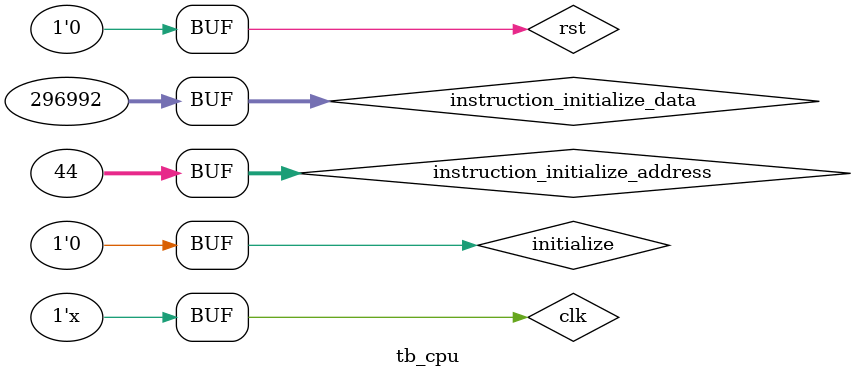
<source format=v>
`timescale 1ns / 1ns


module tb_cpu;

	// Inputs
	reg rst;
	reg clk;
	reg initialize;
	reg [31:0] instruction_initialize_data;
	reg [31:0] instruction_initialize_address;

	// Instantiate the Unit Under Test (UUT)
	cpu uut (
		.rst(rst), 
		.clk(clk), 
		.initialize(initialize), 
		.instruction_initialize_data(instruction_initialize_data), 
		.instruction_initialize_address(instruction_initialize_address)
	);

	initial begin
		// Initialize Inputs
		rst = 1;
		clk = 0;
		initialize = 1;
		instruction_initialize_data = 0;
		instruction_initialize_address = 0;

		#100;
      
		instruction_initialize_address = 0;
		instruction_initialize_data = 32'b000000_00000_00010_00001_00000_10_0000;      // ADD R1, R0, R2
		#20;
		instruction_initialize_address = 4;
		instruction_initialize_data = 32'b000000_00100_00100_01000_00000_10_0010;      // SUB R8, R4, R4
		#20;
		instruction_initialize_address = 8;
		instruction_initialize_data = 32'b000000_00101_00110_00111_00000_10_0101;      // OR R7, R5, R6
		#20;
		instruction_initialize_address = 12;
		instruction_initialize_data = 32'b101011_00000_01001_00000_00000_00_1100;      // SW R9, 12(R0)
		#20;
		instruction_initialize_address = 16;
		instruction_initialize_data = 32'b100011_00000_01100_00000_00000_00_1100;      // LW R12, 12(R0)
		#20
		instruction_initialize_address = 20;
		instruction_initialize_data = 32'b000000_00111_01010_01001_00000_10_1010;      // SLT R9, R7, R10
		#20
		instruction_initialize_address = 24;
		instruction_initialize_data = 32'b001000_00011_00010_00000_00000_00_0011;      // ADDI R2, R3, 3
		/* #20 
		instruction_initialize_address = 28;
		instruction_initialize_data = 32'b001111_00000_00001_00000_00000_00_1111;      // LUI R1 15 */
		#20
        instruction_initialize_address = 28;
		instruction_initialize_data = 32'b000010_00000_00000_00000_00000_00_0011;      // J 3 
		/* #20
        instruction_initialize_address = 28;
		instruction_initialize_data = 32'b000101_00001_00000_00000_00000_00_0011;      // BNE R1, R0, 3 */
		/*  #20
        instruction_initialize_address = 32;
		instruction_initialize_data = 32'b000100_00000_00000_00000_00000_00_0011;      // BEQ R0, R0, 3 */
		#20
		instruction_initialize_address = 44;
		instruction_initialize_data = 32'b000000_00000_00100_10001_00000_10_0000;      // ADD R17, R0, R4
		#20
		
		
		initialize = 0;
		rst = 0;
		
	end
      
always
#5 clk = ~clk;
endmodule


</source>
